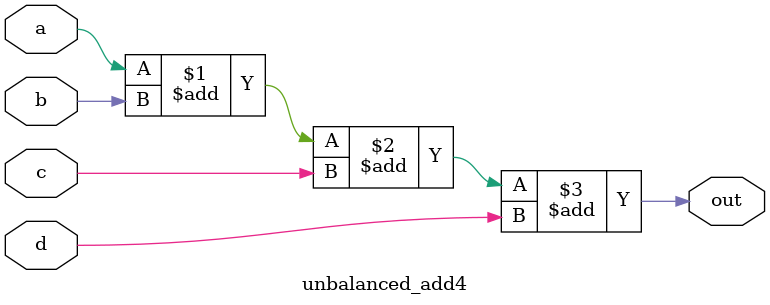
<source format=v>
module unbalanced_add4(a, b, c, d, out);
    input a, b, c, d;
    output out;
    assign out = (((a + b) + c) + d);
endmodule
</source>
